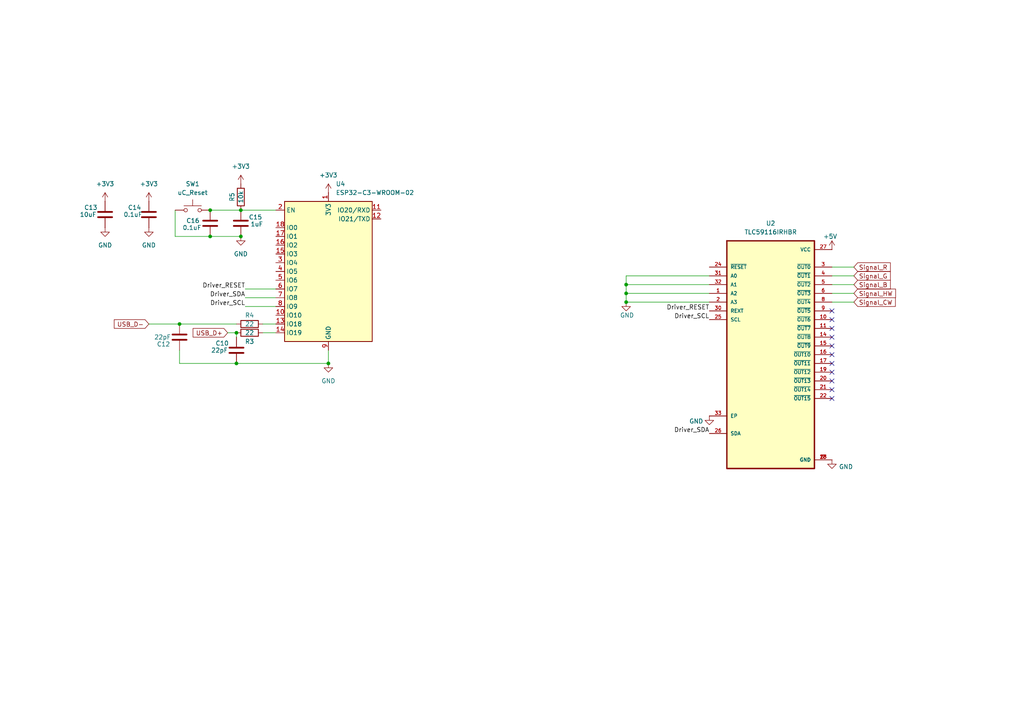
<source format=kicad_sch>
(kicad_sch
	(version 20250114)
	(generator "eeschema")
	(generator_version "9.0")
	(uuid "aff443c4-9021-4057-9b45-6791699beb30")
	(paper "A4")
	(title_block
		(title "High-Density RGB+CCT LED Strip Controller")
		(rev "Fredys Matos")
		(company "InGnia Tech")
	)
	(lib_symbols
		(symbol "Device:C"
			(pin_numbers
				(hide yes)
			)
			(pin_names
				(offset 0.254)
			)
			(exclude_from_sim no)
			(in_bom yes)
			(on_board yes)
			(property "Reference" "C"
				(at 0.635 2.54 0)
				(effects
					(font
						(size 1.27 1.27)
					)
					(justify left)
				)
			)
			(property "Value" "C"
				(at 0.635 -2.54 0)
				(effects
					(font
						(size 1.27 1.27)
					)
					(justify left)
				)
			)
			(property "Footprint" ""
				(at 0.9652 -3.81 0)
				(effects
					(font
						(size 1.27 1.27)
					)
					(hide yes)
				)
			)
			(property "Datasheet" "~"
				(at 0 0 0)
				(effects
					(font
						(size 1.27 1.27)
					)
					(hide yes)
				)
			)
			(property "Description" "Unpolarized capacitor"
				(at 0 0 0)
				(effects
					(font
						(size 1.27 1.27)
					)
					(hide yes)
				)
			)
			(property "ki_keywords" "cap capacitor"
				(at 0 0 0)
				(effects
					(font
						(size 1.27 1.27)
					)
					(hide yes)
				)
			)
			(property "ki_fp_filters" "C_*"
				(at 0 0 0)
				(effects
					(font
						(size 1.27 1.27)
					)
					(hide yes)
				)
			)
			(symbol "C_0_1"
				(polyline
					(pts
						(xy -2.032 0.762) (xy 2.032 0.762)
					)
					(stroke
						(width 0.508)
						(type default)
					)
					(fill
						(type none)
					)
				)
				(polyline
					(pts
						(xy -2.032 -0.762) (xy 2.032 -0.762)
					)
					(stroke
						(width 0.508)
						(type default)
					)
					(fill
						(type none)
					)
				)
			)
			(symbol "C_1_1"
				(pin passive line
					(at 0 3.81 270)
					(length 2.794)
					(name "~"
						(effects
							(font
								(size 1.27 1.27)
							)
						)
					)
					(number "1"
						(effects
							(font
								(size 1.27 1.27)
							)
						)
					)
				)
				(pin passive line
					(at 0 -3.81 90)
					(length 2.794)
					(name "~"
						(effects
							(font
								(size 1.27 1.27)
							)
						)
					)
					(number "2"
						(effects
							(font
								(size 1.27 1.27)
							)
						)
					)
				)
			)
			(embedded_fonts no)
		)
		(symbol "Device:R"
			(pin_numbers
				(hide yes)
			)
			(pin_names
				(offset 0)
			)
			(exclude_from_sim no)
			(in_bom yes)
			(on_board yes)
			(property "Reference" "R"
				(at 2.032 0 90)
				(effects
					(font
						(size 1.27 1.27)
					)
				)
			)
			(property "Value" "R"
				(at 0 0 90)
				(effects
					(font
						(size 1.27 1.27)
					)
				)
			)
			(property "Footprint" ""
				(at -1.778 0 90)
				(effects
					(font
						(size 1.27 1.27)
					)
					(hide yes)
				)
			)
			(property "Datasheet" "~"
				(at 0 0 0)
				(effects
					(font
						(size 1.27 1.27)
					)
					(hide yes)
				)
			)
			(property "Description" "Resistor"
				(at 0 0 0)
				(effects
					(font
						(size 1.27 1.27)
					)
					(hide yes)
				)
			)
			(property "ki_keywords" "R res resistor"
				(at 0 0 0)
				(effects
					(font
						(size 1.27 1.27)
					)
					(hide yes)
				)
			)
			(property "ki_fp_filters" "R_*"
				(at 0 0 0)
				(effects
					(font
						(size 1.27 1.27)
					)
					(hide yes)
				)
			)
			(symbol "R_0_1"
				(rectangle
					(start -1.016 -2.54)
					(end 1.016 2.54)
					(stroke
						(width 0.254)
						(type default)
					)
					(fill
						(type none)
					)
				)
			)
			(symbol "R_1_1"
				(pin passive line
					(at 0 3.81 270)
					(length 1.27)
					(name "~"
						(effects
							(font
								(size 1.27 1.27)
							)
						)
					)
					(number "1"
						(effects
							(font
								(size 1.27 1.27)
							)
						)
					)
				)
				(pin passive line
					(at 0 -3.81 90)
					(length 1.27)
					(name "~"
						(effects
							(font
								(size 1.27 1.27)
							)
						)
					)
					(number "2"
						(effects
							(font
								(size 1.27 1.27)
							)
						)
					)
				)
			)
			(embedded_fonts no)
		)
		(symbol "Librería_Global_OK:TLC59116IRHBR"
			(pin_names
				(offset 1.016)
			)
			(exclude_from_sim no)
			(in_bom yes)
			(on_board yes)
			(property "Reference" "U"
				(at -12.7 34.02 0)
				(effects
					(font
						(size 1.27 1.27)
					)
					(justify left bottom)
				)
			)
			(property "Value" "TLC59116IRHBR"
				(at -12.7 -37.02 0)
				(effects
					(font
						(size 1.27 1.27)
					)
					(justify left bottom)
				)
			)
			(property "Footprint" "Global_Footprint:IC_ADS125H01IRHBT"
				(at 0 0 0)
				(effects
					(font
						(size 1.27 1.27)
					)
					(justify bottom)
					(hide yes)
				)
			)
			(property "Datasheet" ""
				(at 0 0 0)
				(effects
					(font
						(size 1.27 1.27)
					)
					(hide yes)
				)
			)
			(property "Description" ""
				(at 0 0 0)
				(effects
					(font
						(size 1.27 1.27)
					)
					(hide yes)
				)
			)
			(property "MF" "Texas Instruments"
				(at 0 0 0)
				(effects
					(font
						(size 1.27 1.27)
					)
					(justify bottom)
					(hide yes)
				)
			)
			(property "Description_1" "16-bit Fast-Mode Plus (FM+) I2C-Bus constant-current LED sink driver"
				(at 0 0 0)
				(effects
					(font
						(size 1.27 1.27)
					)
					(justify bottom)
					(hide yes)
				)
			)
			(property "Package" "VQFN-32-32 Texas Instruments"
				(at 0 0 0)
				(effects
					(font
						(size 1.27 1.27)
					)
					(justify bottom)
					(hide yes)
				)
			)
			(property "Price" "None"
				(at 0 0 0)
				(effects
					(font
						(size 1.27 1.27)
					)
					(justify bottom)
					(hide yes)
				)
			)
			(property "SnapEDA_Link" "https://www.snapeda.com/parts/TLC59116IRHBR/Texas+Instruments/view-part/?ref=snap"
				(at 0 0 0)
				(effects
					(font
						(size 1.27 1.27)
					)
					(justify bottom)
					(hide yes)
				)
			)
			(property "MP" "TLC59116IRHBR"
				(at 0 0 0)
				(effects
					(font
						(size 1.27 1.27)
					)
					(justify bottom)
					(hide yes)
				)
			)
			(property "Availability" "In Stock"
				(at 0 0 0)
				(effects
					(font
						(size 1.27 1.27)
					)
					(justify bottom)
					(hide yes)
				)
			)
			(property "Check_prices" "https://www.snapeda.com/parts/TLC59116IRHBR/Texas+Instruments/view-part/?ref=eda"
				(at 0 0 0)
				(effects
					(font
						(size 1.27 1.27)
					)
					(justify bottom)
					(hide yes)
				)
			)
			(symbol "TLC59116IRHBR_0_0"
				(rectangle
					(start -12.7 -33.02)
					(end 12.7 33.02)
					(stroke
						(width 0.41)
						(type default)
					)
					(fill
						(type background)
					)
				)
				(pin input line
					(at -17.78 25.4 0)
					(length 5.08)
					(name "~{RESET}"
						(effects
							(font
								(size 1.016 1.016)
							)
						)
					)
					(number "24"
						(effects
							(font
								(size 1.016 1.016)
							)
						)
					)
				)
				(pin input line
					(at -17.78 22.86 0)
					(length 5.08)
					(name "A0"
						(effects
							(font
								(size 1.016 1.016)
							)
						)
					)
					(number "31"
						(effects
							(font
								(size 1.016 1.016)
							)
						)
					)
				)
				(pin input line
					(at -17.78 20.32 0)
					(length 5.08)
					(name "A1"
						(effects
							(font
								(size 1.016 1.016)
							)
						)
					)
					(number "32"
						(effects
							(font
								(size 1.016 1.016)
							)
						)
					)
				)
				(pin input line
					(at -17.78 17.78 0)
					(length 5.08)
					(name "A2"
						(effects
							(font
								(size 1.016 1.016)
							)
						)
					)
					(number "1"
						(effects
							(font
								(size 1.016 1.016)
							)
						)
					)
				)
				(pin input line
					(at -17.78 15.24 0)
					(length 5.08)
					(name "A3"
						(effects
							(font
								(size 1.016 1.016)
							)
						)
					)
					(number "2"
						(effects
							(font
								(size 1.016 1.016)
							)
						)
					)
				)
				(pin input line
					(at -17.78 12.7 0)
					(length 5.08)
					(name "REXT"
						(effects
							(font
								(size 1.016 1.016)
							)
						)
					)
					(number "30"
						(effects
							(font
								(size 1.016 1.016)
							)
						)
					)
				)
				(pin input line
					(at -17.78 10.16 0)
					(length 5.08)
					(name "SCL"
						(effects
							(font
								(size 1.016 1.016)
							)
						)
					)
					(number "25"
						(effects
							(font
								(size 1.016 1.016)
							)
						)
					)
				)
				(pin bidirectional line
					(at -17.78 -17.78 0)
					(length 5.08)
					(name "EP"
						(effects
							(font
								(size 1.016 1.016)
							)
						)
					)
					(number "33"
						(effects
							(font
								(size 1.016 1.016)
							)
						)
					)
				)
				(pin bidirectional line
					(at -17.78 -22.86 0)
					(length 5.08)
					(name "SDA"
						(effects
							(font
								(size 1.016 1.016)
							)
						)
					)
					(number "26"
						(effects
							(font
								(size 1.016 1.016)
							)
						)
					)
				)
				(pin power_in line
					(at 17.78 30.48 180)
					(length 5.08)
					(name "VCC"
						(effects
							(font
								(size 1.016 1.016)
							)
						)
					)
					(number "27"
						(effects
							(font
								(size 1.016 1.016)
							)
						)
					)
				)
				(pin output line
					(at 17.78 25.4 180)
					(length 5.08)
					(name "~{OUT0}"
						(effects
							(font
								(size 1.016 1.016)
							)
						)
					)
					(number "3"
						(effects
							(font
								(size 1.016 1.016)
							)
						)
					)
				)
				(pin output line
					(at 17.78 22.86 180)
					(length 5.08)
					(name "~{OUT1}"
						(effects
							(font
								(size 1.016 1.016)
							)
						)
					)
					(number "4"
						(effects
							(font
								(size 1.016 1.016)
							)
						)
					)
				)
				(pin output line
					(at 17.78 20.32 180)
					(length 5.08)
					(name "~{OUT2}"
						(effects
							(font
								(size 1.016 1.016)
							)
						)
					)
					(number "5"
						(effects
							(font
								(size 1.016 1.016)
							)
						)
					)
				)
				(pin output line
					(at 17.78 17.78 180)
					(length 5.08)
					(name "~{OUT3}"
						(effects
							(font
								(size 1.016 1.016)
							)
						)
					)
					(number "6"
						(effects
							(font
								(size 1.016 1.016)
							)
						)
					)
				)
				(pin output line
					(at 17.78 15.24 180)
					(length 5.08)
					(name "~{OUT4}"
						(effects
							(font
								(size 1.016 1.016)
							)
						)
					)
					(number "8"
						(effects
							(font
								(size 1.016 1.016)
							)
						)
					)
				)
				(pin output line
					(at 17.78 12.7 180)
					(length 5.08)
					(name "~{OUT5}"
						(effects
							(font
								(size 1.016 1.016)
							)
						)
					)
					(number "9"
						(effects
							(font
								(size 1.016 1.016)
							)
						)
					)
				)
				(pin output line
					(at 17.78 10.16 180)
					(length 5.08)
					(name "~{OUT6}"
						(effects
							(font
								(size 1.016 1.016)
							)
						)
					)
					(number "10"
						(effects
							(font
								(size 1.016 1.016)
							)
						)
					)
				)
				(pin output line
					(at 17.78 7.62 180)
					(length 5.08)
					(name "~{OUT7}"
						(effects
							(font
								(size 1.016 1.016)
							)
						)
					)
					(number "11"
						(effects
							(font
								(size 1.016 1.016)
							)
						)
					)
				)
				(pin output line
					(at 17.78 5.08 180)
					(length 5.08)
					(name "~{OUT8}"
						(effects
							(font
								(size 1.016 1.016)
							)
						)
					)
					(number "14"
						(effects
							(font
								(size 1.016 1.016)
							)
						)
					)
				)
				(pin output line
					(at 17.78 2.54 180)
					(length 5.08)
					(name "~{OUT9}"
						(effects
							(font
								(size 1.016 1.016)
							)
						)
					)
					(number "15"
						(effects
							(font
								(size 1.016 1.016)
							)
						)
					)
				)
				(pin output line
					(at 17.78 0 180)
					(length 5.08)
					(name "~{OUT10}"
						(effects
							(font
								(size 1.016 1.016)
							)
						)
					)
					(number "16"
						(effects
							(font
								(size 1.016 1.016)
							)
						)
					)
				)
				(pin output line
					(at 17.78 -2.54 180)
					(length 5.08)
					(name "~{OUT11}"
						(effects
							(font
								(size 1.016 1.016)
							)
						)
					)
					(number "17"
						(effects
							(font
								(size 1.016 1.016)
							)
						)
					)
				)
				(pin output line
					(at 17.78 -5.08 180)
					(length 5.08)
					(name "~{OUT12}"
						(effects
							(font
								(size 1.016 1.016)
							)
						)
					)
					(number "19"
						(effects
							(font
								(size 1.016 1.016)
							)
						)
					)
				)
				(pin output line
					(at 17.78 -7.62 180)
					(length 5.08)
					(name "~{OUT13}"
						(effects
							(font
								(size 1.016 1.016)
							)
						)
					)
					(number "20"
						(effects
							(font
								(size 1.016 1.016)
							)
						)
					)
				)
				(pin output line
					(at 17.78 -10.16 180)
					(length 5.08)
					(name "~{OUT14}"
						(effects
							(font
								(size 1.016 1.016)
							)
						)
					)
					(number "21"
						(effects
							(font
								(size 1.016 1.016)
							)
						)
					)
				)
				(pin output line
					(at 17.78 -12.7 180)
					(length 5.08)
					(name "~{OUT15}"
						(effects
							(font
								(size 1.016 1.016)
							)
						)
					)
					(number "22"
						(effects
							(font
								(size 1.016 1.016)
							)
						)
					)
				)
				(pin power_in line
					(at 17.78 -30.48 180)
					(length 5.08)
					(name "GND"
						(effects
							(font
								(size 1.016 1.016)
							)
						)
					)
					(number "18"
						(effects
							(font
								(size 1.016 1.016)
							)
						)
					)
				)
				(pin power_in line
					(at 17.78 -30.48 180)
					(length 5.08)
					(name "GND"
						(effects
							(font
								(size 1.016 1.016)
							)
						)
					)
					(number "23"
						(effects
							(font
								(size 1.016 1.016)
							)
						)
					)
				)
				(pin power_in line
					(at 17.78 -30.48 180)
					(length 5.08)
					(name "GND"
						(effects
							(font
								(size 1.016 1.016)
							)
						)
					)
					(number "7"
						(effects
							(font
								(size 1.016 1.016)
							)
						)
					)
				)
			)
			(embedded_fonts no)
		)
		(symbol "RF_Module:ESP32-C3-WROOM-02"
			(exclude_from_sim no)
			(in_bom yes)
			(on_board yes)
			(property "Reference" "U"
				(at -12.192 21.336 0)
				(effects
					(font
						(size 1.27 1.27)
					)
				)
			)
			(property "Value" "ESP32-C3-WROOM-02"
				(at 12.192 21.336 0)
				(effects
					(font
						(size 1.27 1.27)
					)
				)
			)
			(property "Footprint" "RF_Module:ESP32-C3-WROOM-02"
				(at 0 0.635 0)
				(effects
					(font
						(size 1.27 1.27)
					)
					(hide yes)
				)
			)
			(property "Datasheet" "https://www.espressif.com/sites/default/files/documentation/esp32-c3-wroom-02_datasheet_en.pdf"
				(at 0 0.635 0)
				(effects
					(font
						(size 1.27 1.27)
					)
					(hide yes)
				)
			)
			(property "Description" "802.11 b/g/n Wi­Fi and Bluetooth 5 module, ESP32­C3 SoC, RISC­V microprocessor, On-board antenna"
				(at 0 0.635 0)
				(effects
					(font
						(size 1.27 1.27)
					)
					(hide yes)
				)
			)
			(property "ki_keywords" "esp32 espressif WiFi Bluetooth LE"
				(at 0 0 0)
				(effects
					(font
						(size 1.27 1.27)
					)
					(hide yes)
				)
			)
			(property "ki_fp_filters" "ESP32?C3*WROOM?02*"
				(at 0 0 0)
				(effects
					(font
						(size 1.27 1.27)
					)
					(hide yes)
				)
			)
			(symbol "ESP32-C3-WROOM-02_1_1"
				(rectangle
					(start -12.7 20.32)
					(end 12.7 -20.32)
					(stroke
						(width 0.254)
						(type default)
					)
					(fill
						(type background)
					)
				)
				(pin input line
					(at -15.24 17.78 0)
					(length 2.54)
					(name "EN"
						(effects
							(font
								(size 1.27 1.27)
							)
						)
					)
					(number "2"
						(effects
							(font
								(size 1.27 1.27)
							)
						)
					)
				)
				(pin bidirectional line
					(at -15.24 12.7 0)
					(length 2.54)
					(name "IO0"
						(effects
							(font
								(size 1.27 1.27)
							)
						)
					)
					(number "18"
						(effects
							(font
								(size 1.27 1.27)
							)
						)
					)
				)
				(pin bidirectional line
					(at -15.24 10.16 0)
					(length 2.54)
					(name "IO1"
						(effects
							(font
								(size 1.27 1.27)
							)
						)
					)
					(number "17"
						(effects
							(font
								(size 1.27 1.27)
							)
						)
					)
				)
				(pin bidirectional line
					(at -15.24 7.62 0)
					(length 2.54)
					(name "IO2"
						(effects
							(font
								(size 1.27 1.27)
							)
						)
					)
					(number "16"
						(effects
							(font
								(size 1.27 1.27)
							)
						)
					)
				)
				(pin bidirectional line
					(at -15.24 5.08 0)
					(length 2.54)
					(name "IO3"
						(effects
							(font
								(size 1.27 1.27)
							)
						)
					)
					(number "15"
						(effects
							(font
								(size 1.27 1.27)
							)
						)
					)
				)
				(pin bidirectional line
					(at -15.24 2.54 0)
					(length 2.54)
					(name "IO4"
						(effects
							(font
								(size 1.27 1.27)
							)
						)
					)
					(number "3"
						(effects
							(font
								(size 1.27 1.27)
							)
						)
					)
				)
				(pin bidirectional line
					(at -15.24 0 0)
					(length 2.54)
					(name "IO5"
						(effects
							(font
								(size 1.27 1.27)
							)
						)
					)
					(number "4"
						(effects
							(font
								(size 1.27 1.27)
							)
						)
					)
				)
				(pin bidirectional line
					(at -15.24 -2.54 0)
					(length 2.54)
					(name "IO6"
						(effects
							(font
								(size 1.27 1.27)
							)
						)
					)
					(number "5"
						(effects
							(font
								(size 1.27 1.27)
							)
						)
					)
				)
				(pin bidirectional line
					(at -15.24 -5.08 0)
					(length 2.54)
					(name "IO7"
						(effects
							(font
								(size 1.27 1.27)
							)
						)
					)
					(number "6"
						(effects
							(font
								(size 1.27 1.27)
							)
						)
					)
				)
				(pin bidirectional line
					(at -15.24 -7.62 0)
					(length 2.54)
					(name "IO8"
						(effects
							(font
								(size 1.27 1.27)
							)
						)
					)
					(number "7"
						(effects
							(font
								(size 1.27 1.27)
							)
						)
					)
				)
				(pin bidirectional line
					(at -15.24 -10.16 0)
					(length 2.54)
					(name "IO9"
						(effects
							(font
								(size 1.27 1.27)
							)
						)
					)
					(number "8"
						(effects
							(font
								(size 1.27 1.27)
							)
						)
					)
				)
				(pin bidirectional line
					(at -15.24 -12.7 0)
					(length 2.54)
					(name "IO10"
						(effects
							(font
								(size 1.27 1.27)
							)
						)
					)
					(number "10"
						(effects
							(font
								(size 1.27 1.27)
							)
						)
					)
				)
				(pin bidirectional line
					(at -15.24 -15.24 0)
					(length 2.54)
					(name "IO18"
						(effects
							(font
								(size 1.27 1.27)
							)
						)
					)
					(number "13"
						(effects
							(font
								(size 1.27 1.27)
							)
						)
					)
				)
				(pin bidirectional line
					(at -15.24 -17.78 0)
					(length 2.54)
					(name "IO19"
						(effects
							(font
								(size 1.27 1.27)
							)
						)
					)
					(number "14"
						(effects
							(font
								(size 1.27 1.27)
							)
						)
					)
				)
				(pin power_in line
					(at 0 22.86 270)
					(length 2.54)
					(name "3V3"
						(effects
							(font
								(size 1.27 1.27)
							)
						)
					)
					(number "1"
						(effects
							(font
								(size 1.27 1.27)
							)
						)
					)
				)
				(pin passive line
					(at 0 -22.86 90)
					(length 2.54)
					(hide yes)
					(name "GND"
						(effects
							(font
								(size 1.27 1.27)
							)
						)
					)
					(number "19"
						(effects
							(font
								(size 1.27 1.27)
							)
						)
					)
				)
				(pin power_in line
					(at 0 -22.86 90)
					(length 2.54)
					(name "GND"
						(effects
							(font
								(size 1.27 1.27)
							)
						)
					)
					(number "9"
						(effects
							(font
								(size 1.27 1.27)
							)
						)
					)
				)
				(pin bidirectional line
					(at 15.24 17.78 180)
					(length 2.54)
					(name "IO20/RXD"
						(effects
							(font
								(size 1.27 1.27)
							)
						)
					)
					(number "11"
						(effects
							(font
								(size 1.27 1.27)
							)
						)
					)
				)
				(pin bidirectional line
					(at 15.24 15.24 180)
					(length 2.54)
					(name "IO21/TXD"
						(effects
							(font
								(size 1.27 1.27)
							)
						)
					)
					(number "12"
						(effects
							(font
								(size 1.27 1.27)
							)
						)
					)
				)
			)
			(embedded_fonts no)
		)
		(symbol "Switch:SW_Push"
			(pin_numbers
				(hide yes)
			)
			(pin_names
				(offset 1.016)
				(hide yes)
			)
			(exclude_from_sim no)
			(in_bom yes)
			(on_board yes)
			(property "Reference" "SW"
				(at 1.27 2.54 0)
				(effects
					(font
						(size 1.27 1.27)
					)
					(justify left)
				)
			)
			(property "Value" "SW_Push"
				(at 0 -1.524 0)
				(effects
					(font
						(size 1.27 1.27)
					)
				)
			)
			(property "Footprint" ""
				(at 0 5.08 0)
				(effects
					(font
						(size 1.27 1.27)
					)
					(hide yes)
				)
			)
			(property "Datasheet" "~"
				(at 0 5.08 0)
				(effects
					(font
						(size 1.27 1.27)
					)
					(hide yes)
				)
			)
			(property "Description" "Push button switch, generic, two pins"
				(at 0 0 0)
				(effects
					(font
						(size 1.27 1.27)
					)
					(hide yes)
				)
			)
			(property "ki_keywords" "switch normally-open pushbutton push-button"
				(at 0 0 0)
				(effects
					(font
						(size 1.27 1.27)
					)
					(hide yes)
				)
			)
			(symbol "SW_Push_0_1"
				(circle
					(center -2.032 0)
					(radius 0.508)
					(stroke
						(width 0)
						(type default)
					)
					(fill
						(type none)
					)
				)
				(polyline
					(pts
						(xy 0 1.27) (xy 0 3.048)
					)
					(stroke
						(width 0)
						(type default)
					)
					(fill
						(type none)
					)
				)
				(circle
					(center 2.032 0)
					(radius 0.508)
					(stroke
						(width 0)
						(type default)
					)
					(fill
						(type none)
					)
				)
				(polyline
					(pts
						(xy 2.54 1.27) (xy -2.54 1.27)
					)
					(stroke
						(width 0)
						(type default)
					)
					(fill
						(type none)
					)
				)
				(pin passive line
					(at -5.08 0 0)
					(length 2.54)
					(name "1"
						(effects
							(font
								(size 1.27 1.27)
							)
						)
					)
					(number "1"
						(effects
							(font
								(size 1.27 1.27)
							)
						)
					)
				)
				(pin passive line
					(at 5.08 0 180)
					(length 2.54)
					(name "2"
						(effects
							(font
								(size 1.27 1.27)
							)
						)
					)
					(number "2"
						(effects
							(font
								(size 1.27 1.27)
							)
						)
					)
				)
			)
			(embedded_fonts no)
		)
		(symbol "power:+3V3"
			(power)
			(pin_numbers
				(hide yes)
			)
			(pin_names
				(offset 0)
				(hide yes)
			)
			(exclude_from_sim no)
			(in_bom yes)
			(on_board yes)
			(property "Reference" "#PWR"
				(at 0 -3.81 0)
				(effects
					(font
						(size 1.27 1.27)
					)
					(hide yes)
				)
			)
			(property "Value" "+3V3"
				(at 0 3.556 0)
				(effects
					(font
						(size 1.27 1.27)
					)
				)
			)
			(property "Footprint" ""
				(at 0 0 0)
				(effects
					(font
						(size 1.27 1.27)
					)
					(hide yes)
				)
			)
			(property "Datasheet" ""
				(at 0 0 0)
				(effects
					(font
						(size 1.27 1.27)
					)
					(hide yes)
				)
			)
			(property "Description" "Power symbol creates a global label with name \"+3V3\""
				(at 0 0 0)
				(effects
					(font
						(size 1.27 1.27)
					)
					(hide yes)
				)
			)
			(property "ki_keywords" "global power"
				(at 0 0 0)
				(effects
					(font
						(size 1.27 1.27)
					)
					(hide yes)
				)
			)
			(symbol "+3V3_0_1"
				(polyline
					(pts
						(xy -0.762 1.27) (xy 0 2.54)
					)
					(stroke
						(width 0)
						(type default)
					)
					(fill
						(type none)
					)
				)
				(polyline
					(pts
						(xy 0 2.54) (xy 0.762 1.27)
					)
					(stroke
						(width 0)
						(type default)
					)
					(fill
						(type none)
					)
				)
				(polyline
					(pts
						(xy 0 0) (xy 0 2.54)
					)
					(stroke
						(width 0)
						(type default)
					)
					(fill
						(type none)
					)
				)
			)
			(symbol "+3V3_1_1"
				(pin power_in line
					(at 0 0 90)
					(length 0)
					(name "~"
						(effects
							(font
								(size 1.27 1.27)
							)
						)
					)
					(number "1"
						(effects
							(font
								(size 1.27 1.27)
							)
						)
					)
				)
			)
			(embedded_fonts no)
		)
		(symbol "power:+5V"
			(power)
			(pin_numbers
				(hide yes)
			)
			(pin_names
				(offset 0)
				(hide yes)
			)
			(exclude_from_sim no)
			(in_bom yes)
			(on_board yes)
			(property "Reference" "#PWR"
				(at 0 -3.81 0)
				(effects
					(font
						(size 1.27 1.27)
					)
					(hide yes)
				)
			)
			(property "Value" "+5V"
				(at 0 3.556 0)
				(effects
					(font
						(size 1.27 1.27)
					)
				)
			)
			(property "Footprint" ""
				(at 0 0 0)
				(effects
					(font
						(size 1.27 1.27)
					)
					(hide yes)
				)
			)
			(property "Datasheet" ""
				(at 0 0 0)
				(effects
					(font
						(size 1.27 1.27)
					)
					(hide yes)
				)
			)
			(property "Description" "Power symbol creates a global label with name \"+5V\""
				(at 0 0 0)
				(effects
					(font
						(size 1.27 1.27)
					)
					(hide yes)
				)
			)
			(property "ki_keywords" "global power"
				(at 0 0 0)
				(effects
					(font
						(size 1.27 1.27)
					)
					(hide yes)
				)
			)
			(symbol "+5V_0_1"
				(polyline
					(pts
						(xy -0.762 1.27) (xy 0 2.54)
					)
					(stroke
						(width 0)
						(type default)
					)
					(fill
						(type none)
					)
				)
				(polyline
					(pts
						(xy 0 2.54) (xy 0.762 1.27)
					)
					(stroke
						(width 0)
						(type default)
					)
					(fill
						(type none)
					)
				)
				(polyline
					(pts
						(xy 0 0) (xy 0 2.54)
					)
					(stroke
						(width 0)
						(type default)
					)
					(fill
						(type none)
					)
				)
			)
			(symbol "+5V_1_1"
				(pin power_in line
					(at 0 0 90)
					(length 0)
					(name "~"
						(effects
							(font
								(size 1.27 1.27)
							)
						)
					)
					(number "1"
						(effects
							(font
								(size 1.27 1.27)
							)
						)
					)
				)
			)
			(embedded_fonts no)
		)
		(symbol "power:GND"
			(power)
			(pin_numbers
				(hide yes)
			)
			(pin_names
				(offset 0)
				(hide yes)
			)
			(exclude_from_sim no)
			(in_bom yes)
			(on_board yes)
			(property "Reference" "#PWR"
				(at 0 -6.35 0)
				(effects
					(font
						(size 1.27 1.27)
					)
					(hide yes)
				)
			)
			(property "Value" "GND"
				(at 0 -3.81 0)
				(effects
					(font
						(size 1.27 1.27)
					)
				)
			)
			(property "Footprint" ""
				(at 0 0 0)
				(effects
					(font
						(size 1.27 1.27)
					)
					(hide yes)
				)
			)
			(property "Datasheet" ""
				(at 0 0 0)
				(effects
					(font
						(size 1.27 1.27)
					)
					(hide yes)
				)
			)
			(property "Description" "Power symbol creates a global label with name \"GND\" , ground"
				(at 0 0 0)
				(effects
					(font
						(size 1.27 1.27)
					)
					(hide yes)
				)
			)
			(property "ki_keywords" "global power"
				(at 0 0 0)
				(effects
					(font
						(size 1.27 1.27)
					)
					(hide yes)
				)
			)
			(symbol "GND_0_1"
				(polyline
					(pts
						(xy 0 0) (xy 0 -1.27) (xy 1.27 -1.27) (xy 0 -2.54) (xy -1.27 -1.27) (xy 0 -1.27)
					)
					(stroke
						(width 0)
						(type default)
					)
					(fill
						(type none)
					)
				)
			)
			(symbol "GND_1_1"
				(pin power_in line
					(at 0 0 270)
					(length 0)
					(name "~"
						(effects
							(font
								(size 1.27 1.27)
							)
						)
					)
					(number "1"
						(effects
							(font
								(size 1.27 1.27)
							)
						)
					)
				)
			)
			(embedded_fonts no)
		)
	)
	(junction
		(at 69.85 68.58)
		(diameter 0)
		(color 0 0 0 0)
		(uuid "30d0522e-a312-4f31-a749-046ffe8d431f")
	)
	(junction
		(at 60.96 68.58)
		(diameter 0)
		(color 0 0 0 0)
		(uuid "39b28eaa-4cc6-4a31-84ce-dd7be1cb9af1")
	)
	(junction
		(at 95.25 105.41)
		(diameter 0)
		(color 0 0 0 0)
		(uuid "5f9204c7-d311-4ed4-92be-2b63fafcc376")
	)
	(junction
		(at 68.58 96.52)
		(diameter 0)
		(color 0 0 0 0)
		(uuid "61f6fabe-bb59-4511-b816-d667907f6ec9")
	)
	(junction
		(at 68.58 105.41)
		(diameter 0)
		(color 0 0 0 0)
		(uuid "7f2265f8-77a6-4bbb-862f-bcc04add9b12")
	)
	(junction
		(at 52.07 93.98)
		(diameter 0)
		(color 0 0 0 0)
		(uuid "83537b81-cbc6-485d-9ca4-85c6375bf078")
	)
	(junction
		(at 181.61 82.55)
		(diameter 0)
		(color 0 0 0 0)
		(uuid "9cf4b2fe-7206-4dc9-9791-a4ec30f1b3e2")
	)
	(junction
		(at 181.61 87.63)
		(diameter 0)
		(color 0 0 0 0)
		(uuid "9f3100be-7be1-4a3b-9bdc-e86076b4ae96")
	)
	(junction
		(at 60.96 60.96)
		(diameter 0)
		(color 0 0 0 0)
		(uuid "b02be12e-7c5a-48d1-9b2d-fccaddca2fad")
	)
	(junction
		(at 181.61 85.09)
		(diameter 0)
		(color 0 0 0 0)
		(uuid "b2ec5590-93c0-44bf-9c9e-bff65c3d6bb0")
	)
	(junction
		(at 69.85 60.96)
		(diameter 0)
		(color 0 0 0 0)
		(uuid "c0aa8660-bca2-4ec8-83b2-cba4eb5c24c2")
	)
	(no_connect
		(at 241.3 92.71)
		(uuid "4223461f-ef7b-4e19-a347-7070ff903973")
	)
	(no_connect
		(at 241.3 97.79)
		(uuid "63b5484c-eaef-4a0c-84f0-686084f1fa25")
	)
	(no_connect
		(at 241.3 102.87)
		(uuid "6ea5edfe-7ede-40bc-89a0-ea5d8e02f331")
	)
	(no_connect
		(at 241.3 115.57)
		(uuid "7841768e-b63a-41a8-9a24-59a8a3dbff6a")
	)
	(no_connect
		(at 241.3 110.49)
		(uuid "8c463e7c-afca-497a-bb79-f86e38be318b")
	)
	(no_connect
		(at 241.3 90.17)
		(uuid "9321d91d-0c41-4c79-957e-9f713ff7667a")
	)
	(no_connect
		(at 241.3 107.95)
		(uuid "a98ff7ca-6ef9-4f3c-b2de-7fe01e54ff98")
	)
	(no_connect
		(at 241.3 100.33)
		(uuid "dda33a45-00c2-4414-aa32-b0cbc8700d46")
	)
	(no_connect
		(at 241.3 95.25)
		(uuid "f3465de9-306b-4a1a-bfbf-74241b548696")
	)
	(no_connect
		(at 241.3 113.03)
		(uuid "f8d039fe-0002-46d2-bed0-669f48a29180")
	)
	(no_connect
		(at 241.3 105.41)
		(uuid "fb1755af-c798-4756-9e65-7d3796fc3c5e")
	)
	(wire
		(pts
			(xy 68.58 105.41) (xy 52.07 105.41)
		)
		(stroke
			(width 0)
			(type default)
		)
		(uuid "0a572ecd-70d0-45ca-98ef-1c9de0d4fb4e")
	)
	(wire
		(pts
			(xy 50.8 68.58) (xy 60.96 68.58)
		)
		(stroke
			(width 0)
			(type default)
		)
		(uuid "0f6eb03b-a0cc-4213-b1d9-138f9d640e9f")
	)
	(wire
		(pts
			(xy 241.3 85.09) (xy 247.65 85.09)
		)
		(stroke
			(width 0)
			(type default)
		)
		(uuid "16f92213-bcd4-4b83-bd32-534eda443ccc")
	)
	(wire
		(pts
			(xy 241.3 87.63) (xy 247.65 87.63)
		)
		(stroke
			(width 0)
			(type default)
		)
		(uuid "1755a625-da6c-445a-8cc4-45cf989339ad")
	)
	(wire
		(pts
			(xy 76.2 96.52) (xy 80.01 96.52)
		)
		(stroke
			(width 0)
			(type default)
		)
		(uuid "1f777d4c-3951-489b-afe0-b43714c039cf")
	)
	(wire
		(pts
			(xy 241.3 77.47) (xy 247.65 77.47)
		)
		(stroke
			(width 0)
			(type default)
		)
		(uuid "30cbfd94-6f6e-4925-bad2-edb99ba6f6d6")
	)
	(wire
		(pts
			(xy 50.8 60.96) (xy 50.8 68.58)
		)
		(stroke
			(width 0)
			(type default)
		)
		(uuid "3c3c0c26-40c5-41e8-a4e0-71674dad082d")
	)
	(wire
		(pts
			(xy 52.07 105.41) (xy 52.07 101.6)
		)
		(stroke
			(width 0)
			(type default)
		)
		(uuid "52413316-f32b-487d-bdc8-cc34ba2e5511")
	)
	(wire
		(pts
			(xy 181.61 87.63) (xy 205.74 87.63)
		)
		(stroke
			(width 0)
			(type default)
		)
		(uuid "59d45ffa-2366-480b-b89a-3afc2ede8df3")
	)
	(wire
		(pts
			(xy 60.96 60.96) (xy 69.85 60.96)
		)
		(stroke
			(width 0)
			(type default)
		)
		(uuid "6c5ddf77-ce13-44ed-bb7d-fcb097ec1027")
	)
	(wire
		(pts
			(xy 68.58 105.41) (xy 95.25 105.41)
		)
		(stroke
			(width 0)
			(type default)
		)
		(uuid "6eac274a-e74f-4ff2-bed1-4eaf273a28af")
	)
	(wire
		(pts
			(xy 241.3 80.01) (xy 247.65 80.01)
		)
		(stroke
			(width 0)
			(type default)
		)
		(uuid "705344ca-eed4-471f-8b55-72d9d55e583c")
	)
	(wire
		(pts
			(xy 95.25 101.6) (xy 95.25 105.41)
		)
		(stroke
			(width 0)
			(type default)
		)
		(uuid "7909dadc-65e6-4f5f-8e41-4ca172a66720")
	)
	(wire
		(pts
			(xy 181.61 85.09) (xy 205.74 85.09)
		)
		(stroke
			(width 0)
			(type default)
		)
		(uuid "792e7505-4390-4264-912e-b37d27429615")
	)
	(wire
		(pts
			(xy 60.96 68.58) (xy 69.85 68.58)
		)
		(stroke
			(width 0)
			(type default)
		)
		(uuid "8118423b-5985-42c9-9c2a-b0471bbf2672")
	)
	(wire
		(pts
			(xy 181.61 80.01) (xy 181.61 82.55)
		)
		(stroke
			(width 0)
			(type default)
		)
		(uuid "83aca05e-9cd2-4066-8e4f-cff87b30dc9a")
	)
	(wire
		(pts
			(xy 71.12 88.9) (xy 80.01 88.9)
		)
		(stroke
			(width 0)
			(type default)
		)
		(uuid "981bc75f-b72d-4392-85e9-42e33df5e851")
	)
	(wire
		(pts
			(xy 241.3 82.55) (xy 247.65 82.55)
		)
		(stroke
			(width 0)
			(type default)
		)
		(uuid "994a4c94-627b-4dec-a188-96470a675a27")
	)
	(wire
		(pts
			(xy 68.58 97.79) (xy 68.58 96.52)
		)
		(stroke
			(width 0)
			(type default)
		)
		(uuid "9e58b0cf-f237-4112-82a9-5e72a75dbdd9")
	)
	(wire
		(pts
			(xy 181.61 82.55) (xy 181.61 85.09)
		)
		(stroke
			(width 0)
			(type default)
		)
		(uuid "a6527f28-f5d0-4131-b53e-eb4542b67efe")
	)
	(wire
		(pts
			(xy 43.18 93.98) (xy 52.07 93.98)
		)
		(stroke
			(width 0)
			(type default)
		)
		(uuid "acc241a8-9f2b-4478-b8a3-d04aa146e872")
	)
	(wire
		(pts
			(xy 69.85 60.96) (xy 80.01 60.96)
		)
		(stroke
			(width 0)
			(type default)
		)
		(uuid "b24edb61-0cc9-43e5-bc2a-4ff415ffdffa")
	)
	(wire
		(pts
			(xy 205.74 80.01) (xy 181.61 80.01)
		)
		(stroke
			(width 0)
			(type default)
		)
		(uuid "ba5d07b4-90c8-4beb-be67-cd7abec0c408")
	)
	(wire
		(pts
			(xy 76.2 93.98) (xy 80.01 93.98)
		)
		(stroke
			(width 0)
			(type default)
		)
		(uuid "c2348edb-cc57-4279-b1bd-7a1f08a51a91")
	)
	(wire
		(pts
			(xy 66.04 96.52) (xy 68.58 96.52)
		)
		(stroke
			(width 0)
			(type default)
		)
		(uuid "c23d6bf4-adf5-49d4-ac2d-59bdf047a4bb")
	)
	(wire
		(pts
			(xy 52.07 93.98) (xy 68.58 93.98)
		)
		(stroke
			(width 0)
			(type default)
		)
		(uuid "d852edc1-dbbe-4a95-ab33-a4ea9f72190e")
	)
	(wire
		(pts
			(xy 181.61 82.55) (xy 205.74 82.55)
		)
		(stroke
			(width 0)
			(type default)
		)
		(uuid "e0d3e99b-7720-4908-ac40-47c0927ab1b7")
	)
	(wire
		(pts
			(xy 71.12 86.36) (xy 80.01 86.36)
		)
		(stroke
			(width 0)
			(type default)
		)
		(uuid "e486bdd6-c044-4938-b99b-92cf1d822d72")
	)
	(wire
		(pts
			(xy 71.12 83.82) (xy 80.01 83.82)
		)
		(stroke
			(width 0)
			(type default)
		)
		(uuid "f538ec75-938d-4a06-a4e7-a8062705c117")
	)
	(wire
		(pts
			(xy 181.61 85.09) (xy 181.61 87.63)
		)
		(stroke
			(width 0)
			(type default)
		)
		(uuid "fe5f268e-a21f-45c1-832e-7c6681aad8cc")
	)
	(label "Driver_SCL"
		(at 205.74 92.71 180)
		(effects
			(font
				(size 1.27 1.27)
			)
			(justify right bottom)
		)
		(uuid "15040d07-8722-4af5-b991-f171e6b11ace")
	)
	(label "Driver_SDA"
		(at 205.74 125.73 180)
		(effects
			(font
				(size 1.27 1.27)
			)
			(justify right bottom)
		)
		(uuid "5bc08c87-1c14-4053-ac27-cd053557b6a7")
	)
	(label "Driver_SCL"
		(at 71.12 88.9 180)
		(effects
			(font
				(size 1.27 1.27)
			)
			(justify right bottom)
		)
		(uuid "64bf81b1-47bc-4039-aca8-3da2273bebfb")
	)
	(label "Driver_RESET"
		(at 71.12 83.82 180)
		(effects
			(font
				(size 1.27 1.27)
			)
			(justify right bottom)
		)
		(uuid "6cda881f-39b6-41e8-ab5c-f8d7bd1507fe")
	)
	(label "Driver_SDA"
		(at 71.12 86.36 180)
		(effects
			(font
				(size 1.27 1.27)
			)
			(justify right bottom)
		)
		(uuid "7b76f547-4ad7-4249-b52a-27f7917d980e")
	)
	(label "Driver_RESET"
		(at 205.74 90.17 180)
		(effects
			(font
				(size 1.27 1.27)
			)
			(justify right bottom)
		)
		(uuid "dc0f89a2-e89d-45a1-944f-f6d51a371dba")
	)
	(global_label "USB_D+"
		(shape input)
		(at 66.04 96.52 180)
		(fields_autoplaced yes)
		(effects
			(font
				(size 1.27 1.27)
			)
			(justify right)
		)
		(uuid "497d1bc5-e754-4d4a-8fd2-868e612c0c75")
		(property "Intersheetrefs" "${INTERSHEET_REFS}"
			(at 55.4348 96.52 0)
			(effects
				(font
					(size 1.27 1.27)
				)
				(justify right)
				(hide yes)
			)
		)
	)
	(global_label "Signal_HW"
		(shape input)
		(at 247.65 85.09 0)
		(fields_autoplaced yes)
		(effects
			(font
				(size 1.27 1.27)
			)
			(justify left)
		)
		(uuid "5c360765-7c9d-4d7a-b70e-cda679305deb")
		(property "Intersheetrefs" "${INTERSHEET_REFS}"
			(at 260.3112 85.09 0)
			(effects
				(font
					(size 1.27 1.27)
				)
				(justify left)
				(hide yes)
			)
		)
	)
	(global_label "Signal_B"
		(shape input)
		(at 247.65 82.55 0)
		(fields_autoplaced yes)
		(effects
			(font
				(size 1.27 1.27)
			)
			(justify left)
		)
		(uuid "61bb3b99-537a-44ea-afb6-7a6826dcf738")
		(property "Intersheetrefs" "${INTERSHEET_REFS}"
			(at 258.7993 82.55 0)
			(effects
				(font
					(size 1.27 1.27)
				)
				(justify left)
				(hide yes)
			)
		)
	)
	(global_label "Signal_G"
		(shape input)
		(at 247.65 80.01 0)
		(fields_autoplaced yes)
		(effects
			(font
				(size 1.27 1.27)
			)
			(justify left)
		)
		(uuid "7cafa402-8acf-4efd-9549-f85a6ae982a3")
		(property "Intersheetrefs" "${INTERSHEET_REFS}"
			(at 258.7993 80.01 0)
			(effects
				(font
					(size 1.27 1.27)
				)
				(justify left)
				(hide yes)
			)
		)
	)
	(global_label "Signal_R"
		(shape input)
		(at 247.65 77.47 0)
		(fields_autoplaced yes)
		(effects
			(font
				(size 1.27 1.27)
			)
			(justify left)
		)
		(uuid "9b71459e-0765-483d-ad9e-c9b773f2ed0f")
		(property "Intersheetrefs" "${INTERSHEET_REFS}"
			(at 258.7993 77.47 0)
			(effects
				(font
					(size 1.27 1.27)
				)
				(justify left)
				(hide yes)
			)
		)
	)
	(global_label "Signal_CW"
		(shape input)
		(at 247.65 87.63 0)
		(fields_autoplaced yes)
		(effects
			(font
				(size 1.27 1.27)
			)
			(justify left)
		)
		(uuid "aca5b58b-a0b8-452f-87c5-03926e39fdef")
		(property "Intersheetrefs" "${INTERSHEET_REFS}"
			(at 260.2507 87.63 0)
			(effects
				(font
					(size 1.27 1.27)
				)
				(justify left)
				(hide yes)
			)
		)
	)
	(global_label "USB_D-"
		(shape input)
		(at 43.18 93.98 180)
		(fields_autoplaced yes)
		(effects
			(font
				(size 1.27 1.27)
			)
			(justify right)
		)
		(uuid "cefe8836-e978-4790-bda9-90f158eba271")
		(property "Intersheetrefs" "${INTERSHEET_REFS}"
			(at 32.5748 93.98 0)
			(effects
				(font
					(size 1.27 1.27)
				)
				(justify right)
				(hide yes)
			)
		)
	)
	(symbol
		(lib_id "power:GND")
		(at 181.61 87.63 0)
		(unit 1)
		(exclude_from_sim no)
		(in_bom yes)
		(on_board yes)
		(dnp no)
		(uuid "11522f59-936e-47c5-9150-d774c9fb25f3")
		(property "Reference" "#PWR033"
			(at 181.61 93.98 0)
			(effects
				(font
					(size 1.27 1.27)
				)
				(hide yes)
			)
		)
		(property "Value" "GND"
			(at 181.864 91.44 0)
			(effects
				(font
					(size 1.27 1.27)
				)
			)
		)
		(property "Footprint" ""
			(at 181.61 87.63 0)
			(effects
				(font
					(size 1.27 1.27)
				)
				(hide yes)
			)
		)
		(property "Datasheet" ""
			(at 181.61 87.63 0)
			(effects
				(font
					(size 1.27 1.27)
				)
				(hide yes)
			)
		)
		(property "Description" "Power symbol creates a global label with name \"GND\" , ground"
			(at 181.61 87.63 0)
			(effects
				(font
					(size 1.27 1.27)
				)
				(hide yes)
			)
		)
		(pin "1"
			(uuid "d747fd5e-b682-450f-bc2e-223164f1b0b4")
		)
		(instances
			(project "RGB_LED_&_High_Dencity_CCT_Controller"
				(path "/768ae423-23a1-4c52-874b-da75cfae1bde/0340aab8-64db-495c-9701-526b22e08faa"
					(reference "#PWR033")
					(unit 1)
				)
			)
		)
	)
	(symbol
		(lib_id "Device:C")
		(at 52.07 97.79 0)
		(unit 1)
		(exclude_from_sim no)
		(in_bom yes)
		(on_board yes)
		(dnp no)
		(uuid "1461c663-9bb1-45d2-8243-7fe5f09094e3")
		(property "Reference" "C12"
			(at 45.466 99.822 0)
			(effects
				(font
					(size 1.27 1.27)
				)
				(justify left)
			)
		)
		(property "Value" "22pF"
			(at 44.704 97.79 0)
			(effects
				(font
					(size 1.27 1.27)
				)
				(justify left)
			)
		)
		(property "Footprint" ""
			(at 53.0352 101.6 0)
			(effects
				(font
					(size 1.27 1.27)
				)
				(hide yes)
			)
		)
		(property "Datasheet" "~"
			(at 52.07 97.79 0)
			(effects
				(font
					(size 1.27 1.27)
				)
				(hide yes)
			)
		)
		(property "Description" "Unpolarized capacitor"
			(at 52.07 97.79 0)
			(effects
				(font
					(size 1.27 1.27)
				)
				(hide yes)
			)
		)
		(property "MPN" "GRM155R71C474KE01D"
			(at 52.07 97.79 0)
			(effects
				(font
					(size 1.27 1.27)
				)
				(hide yes)
			)
		)
		(property "Package" "C471404"
			(at 52.07 97.79 0)
			(effects
				(font
					(size 1.27 1.27)
				)
				(hide yes)
			)
		)
		(property "LCSC PN" "0402"
			(at 52.07 97.79 0)
			(effects
				(font
					(size 1.27 1.27)
				)
				(hide yes)
			)
		)
		(pin "2"
			(uuid "86122f5c-1fce-49cc-80de-f574ca0d5042")
		)
		(pin "1"
			(uuid "3790149b-e29d-42e7-bf20-da2d6c62e0fc")
		)
		(instances
			(project "RGB_LED_&_High_Dencity_CCT_Controller"
				(path "/768ae423-23a1-4c52-874b-da75cfae1bde/0340aab8-64db-495c-9701-526b22e08faa"
					(reference "C12")
					(unit 1)
				)
			)
		)
	)
	(symbol
		(lib_id "power:GND")
		(at 95.25 105.41 0)
		(unit 1)
		(exclude_from_sim no)
		(in_bom yes)
		(on_board yes)
		(dnp no)
		(fields_autoplaced yes)
		(uuid "27faaded-32fb-49a4-9ad3-90b5bb6c08ff")
		(property "Reference" "#PWR025"
			(at 95.25 111.76 0)
			(effects
				(font
					(size 1.27 1.27)
				)
				(hide yes)
			)
		)
		(property "Value" "GND"
			(at 95.25 110.49 0)
			(effects
				(font
					(size 1.27 1.27)
				)
			)
		)
		(property "Footprint" ""
			(at 95.25 105.41 0)
			(effects
				(font
					(size 1.27 1.27)
				)
				(hide yes)
			)
		)
		(property "Datasheet" ""
			(at 95.25 105.41 0)
			(effects
				(font
					(size 1.27 1.27)
				)
				(hide yes)
			)
		)
		(property "Description" "Power symbol creates a global label with name \"GND\" , ground"
			(at 95.25 105.41 0)
			(effects
				(font
					(size 1.27 1.27)
				)
				(hide yes)
			)
		)
		(pin "1"
			(uuid "89204d94-6dea-44c5-99db-a9680995d1dc")
		)
		(instances
			(project "RGB_LED_&_High_Dencity_CCT_Controller"
				(path "/768ae423-23a1-4c52-874b-da75cfae1bde/0340aab8-64db-495c-9701-526b22e08faa"
					(reference "#PWR025")
					(unit 1)
				)
			)
		)
	)
	(symbol
		(lib_id "RF_Module:ESP32-C3-WROOM-02")
		(at 95.25 78.74 0)
		(unit 1)
		(exclude_from_sim no)
		(in_bom yes)
		(on_board yes)
		(dnp no)
		(fields_autoplaced yes)
		(uuid "402186b2-9642-4c04-8a69-71986f374c46")
		(property "Reference" "U4"
			(at 97.3933 53.34 0)
			(effects
				(font
					(size 1.27 1.27)
				)
				(justify left)
			)
		)
		(property "Value" "ESP32-C3-WROOM-02"
			(at 97.3933 55.88 0)
			(effects
				(font
					(size 1.27 1.27)
				)
				(justify left)
			)
		)
		(property "Footprint" "RF_Module:ESP32-C3-WROOM-02"
			(at 95.25 78.105 0)
			(effects
				(font
					(size 1.27 1.27)
				)
				(hide yes)
			)
		)
		(property "Datasheet" "https://www.espressif.com/sites/default/files/documentation/esp32-c3-wroom-02_datasheet_en.pdf"
			(at 95.25 78.105 0)
			(effects
				(font
					(size 1.27 1.27)
				)
				(hide yes)
			)
		)
		(property "Description" "802.11 b/g/n Wi­Fi and Bluetooth 5 module, ESP32­C3 SoC, RISC­V microprocessor, On-board antenna"
			(at 95.25 78.105 0)
			(effects
				(font
					(size 1.27 1.27)
				)
				(hide yes)
			)
		)
		(pin "18"
			(uuid "fcb7ce59-4c3d-48b3-ac00-f028970cf13a")
		)
		(pin "2"
			(uuid "2ca8b505-e383-419a-9ac8-cef99fed3d59")
		)
		(pin "8"
			(uuid "7dcdc3ea-2b97-4e86-a881-b3a3c8ca5807")
		)
		(pin "11"
			(uuid "4bdacdde-cd88-45b3-8b0c-fcfd926c0ab0")
		)
		(pin "15"
			(uuid "69fafed6-e51b-433b-844a-03612be2e0ad")
		)
		(pin "4"
			(uuid "1e5fbd02-8f92-4667-b158-deb261f06def")
		)
		(pin "13"
			(uuid "36b4ea5d-ab63-4523-9258-79d28703b7ad")
		)
		(pin "14"
			(uuid "25d51c61-fee8-4a14-b274-7f9801a4524c")
		)
		(pin "19"
			(uuid "ca35d48a-be26-4066-82f1-6733bd61fcb0")
		)
		(pin "10"
			(uuid "0d8aa593-34f7-42de-aa3f-6a6dfcf3c310")
		)
		(pin "1"
			(uuid "64997381-7e96-4916-9773-21fa129ab187")
		)
		(pin "3"
			(uuid "1630dd67-6ece-45c1-a563-98cd44b3bac9")
		)
		(pin "5"
			(uuid "1c7d141f-6b8e-4e7c-90da-6741a2e8434e")
		)
		(pin "16"
			(uuid "2da74adb-b1ae-4c52-99d1-a3cf2d3a3c0e")
		)
		(pin "6"
			(uuid "d02b1cb2-54c0-431c-b443-c6bc314ad426")
		)
		(pin "7"
			(uuid "5e18d528-6589-4fc1-9f5e-8b2ae0e84c9b")
		)
		(pin "17"
			(uuid "fb0e08a1-e2c0-4214-995d-5826468d6235")
		)
		(pin "9"
			(uuid "a690b637-ca10-410b-a0ed-b019b5ee035c")
		)
		(pin "12"
			(uuid "1f97aae8-f7f3-4d8c-a8e3-a97d4f2185ef")
		)
		(instances
			(project ""
				(path "/768ae423-23a1-4c52-874b-da75cfae1bde/0340aab8-64db-495c-9701-526b22e08faa"
					(reference "U4")
					(unit 1)
				)
			)
		)
	)
	(symbol
		(lib_id "Librería_Global_OK:TLC59116IRHBR")
		(at 223.52 102.87 0)
		(unit 1)
		(exclude_from_sim no)
		(in_bom yes)
		(on_board yes)
		(dnp no)
		(fields_autoplaced yes)
		(uuid "49261338-7d5c-4d8c-916d-d13c2bc4d909")
		(property "Reference" "U2"
			(at 223.52 64.77 0)
			(effects
				(font
					(size 1.27 1.27)
				)
			)
		)
		(property "Value" "TLC59116IRHBR"
			(at 223.52 67.31 0)
			(effects
				(font
					(size 1.27 1.27)
				)
			)
		)
		(property "Footprint" "Global_Footprint:IC_ADS125H01IRHBT"
			(at 223.52 102.87 0)
			(effects
				(font
					(size 1.27 1.27)
				)
				(justify bottom)
				(hide yes)
			)
		)
		(property "Datasheet" ""
			(at 223.52 102.87 0)
			(effects
				(font
					(size 1.27 1.27)
				)
				(hide yes)
			)
		)
		(property "Description" ""
			(at 223.52 102.87 0)
			(effects
				(font
					(size 1.27 1.27)
				)
				(hide yes)
			)
		)
		(property "MF" "Texas Instruments"
			(at 223.52 102.87 0)
			(effects
				(font
					(size 1.27 1.27)
				)
				(justify bottom)
				(hide yes)
			)
		)
		(property "Description_1" "16-bit Fast-Mode Plus (FM+) I2C-Bus constant-current LED sink driver"
			(at 223.52 102.87 0)
			(effects
				(font
					(size 1.27 1.27)
				)
				(justify bottom)
				(hide yes)
			)
		)
		(property "Package" "VQFN-32-32 Texas Instruments"
			(at 223.52 102.87 0)
			(effects
				(font
					(size 1.27 1.27)
				)
				(justify bottom)
				(hide yes)
			)
		)
		(property "Price" "None"
			(at 223.52 102.87 0)
			(effects
				(font
					(size 1.27 1.27)
				)
				(justify bottom)
				(hide yes)
			)
		)
		(property "SnapEDA_Link" "https://www.snapeda.com/parts/TLC59116IRHBR/Texas+Instruments/view-part/?ref=snap"
			(at 223.52 102.87 0)
			(effects
				(font
					(size 1.27 1.27)
				)
				(justify bottom)
				(hide yes)
			)
		)
		(property "MP" "TLC59116IRHBR"
			(at 223.52 102.87 0)
			(effects
				(font
					(size 1.27 1.27)
				)
				(justify bottom)
				(hide yes)
			)
		)
		(property "Availability" "In Stock"
			(at 223.52 102.87 0)
			(effects
				(font
					(size 1.27 1.27)
				)
				(justify bottom)
				(hide yes)
			)
		)
		(property "Check_prices" "https://www.snapeda.com/parts/TLC59116IRHBR/Texas+Instruments/view-part/?ref=eda"
			(at 223.52 102.87 0)
			(effects
				(font
					(size 1.27 1.27)
				)
				(justify bottom)
				(hide yes)
			)
		)
		(pin "24"
			(uuid "c0b5a068-3f06-44d5-a892-8c35e73f485e")
		)
		(pin "26"
			(uuid "6c8622dc-ee64-4b15-bd7f-19c1ba0c3502")
		)
		(pin "11"
			(uuid "1bd2f4f7-4b4b-44a8-a4ee-29f704bdf126")
		)
		(pin "17"
			(uuid "e1cd7e89-1541-40d4-ab50-48e5f4eedb8f")
		)
		(pin "20"
			(uuid "480d34f8-9bae-4a74-97fa-8fe811a16778")
		)
		(pin "18"
			(uuid "6422030a-a7f3-4833-a757-3a3468ad0a80")
		)
		(pin "7"
			(uuid "02a89de9-e8d1-4e00-aac8-211b446950dc")
		)
		(pin "21"
			(uuid "d93d7ff5-a6ee-4a8f-acff-d1ad6d05e77f")
		)
		(pin "15"
			(uuid "83417501-de29-485d-96ca-53c8f2a47fa5")
		)
		(pin "23"
			(uuid "83b9887e-919e-4a1f-aeb8-c42a15e30672")
		)
		(pin "6"
			(uuid "e9119b25-71b5-455d-ade2-4f01e9f28c5f")
		)
		(pin "4"
			(uuid "250f9590-576f-4c5a-bea0-939afea26696")
		)
		(pin "5"
			(uuid "007d5e3c-6b03-4aa0-922d-000bda46a801")
		)
		(pin "1"
			(uuid "a6fedcde-4b37-4cdd-9cd1-31ae15d787a4")
		)
		(pin "27"
			(uuid "fd622e74-b7dc-489d-be05-31613e4bbe9c")
		)
		(pin "3"
			(uuid "156c7050-4682-484d-8240-6cd87767101e")
		)
		(pin "9"
			(uuid "c7328a83-3739-48b1-909f-2455e447b43b")
		)
		(pin "30"
			(uuid "bb8b5ad1-844e-4b1b-a1cc-d62fa3576714")
		)
		(pin "31"
			(uuid "d578fad5-39cf-4f28-a882-88cb30d3650a")
		)
		(pin "32"
			(uuid "72710735-b0a3-4bb6-ade9-6351fd7cbe37")
		)
		(pin "8"
			(uuid "9b345c66-313c-4c38-af94-6226b55197a1")
		)
		(pin "14"
			(uuid "f65422e2-bf0b-4c90-b022-b581c84f9944")
		)
		(pin "25"
			(uuid "cd729f66-8c81-4a1f-b483-3b8d6663a89b")
		)
		(pin "2"
			(uuid "08c6d786-c58c-441c-a979-ef6a6d07e241")
		)
		(pin "33"
			(uuid "c1c9cac5-a7cb-4429-b6d1-afef94bc6482")
		)
		(pin "10"
			(uuid "ec69c461-5b6c-4483-9beb-90b081dbb07b")
		)
		(pin "16"
			(uuid "16d259df-6e3c-4b76-9b2e-49eafb086d40")
		)
		(pin "19"
			(uuid "1a9fedea-b06f-42a6-90ab-08946a42c5a9")
		)
		(pin "22"
			(uuid "720fa3d7-36c8-4cbf-b033-cdf3b0fe27f2")
		)
		(instances
			(project "RGB_LED_&_High_Dencity_CCT_Controller"
				(path "/768ae423-23a1-4c52-874b-da75cfae1bde/0340aab8-64db-495c-9701-526b22e08faa"
					(reference "U2")
					(unit 1)
				)
			)
		)
	)
	(symbol
		(lib_id "Device:C")
		(at 69.85 64.77 0)
		(unit 1)
		(exclude_from_sim no)
		(in_bom yes)
		(on_board yes)
		(dnp no)
		(uuid "6d784fc0-92b5-4b58-ae75-0c9038333682")
		(property "Reference" "C15"
			(at 72.136 62.992 0)
			(effects
				(font
					(size 1.27 1.27)
				)
				(justify left)
			)
		)
		(property "Value" "1uF"
			(at 72.644 65.024 0)
			(effects
				(font
					(size 1.27 1.27)
				)
				(justify left)
			)
		)
		(property "Footprint" ""
			(at 70.8152 68.58 0)
			(effects
				(font
					(size 1.27 1.27)
				)
				(hide yes)
			)
		)
		(property "Datasheet" "~"
			(at 69.85 64.77 0)
			(effects
				(font
					(size 1.27 1.27)
				)
				(hide yes)
			)
		)
		(property "Description" "Unpolarized capacitor"
			(at 69.85 64.77 0)
			(effects
				(font
					(size 1.27 1.27)
				)
				(hide yes)
			)
		)
		(property "MPN" "GRM155R71C474KE01D"
			(at 69.85 64.77 0)
			(effects
				(font
					(size 1.27 1.27)
				)
				(hide yes)
			)
		)
		(property "Package" "C471404"
			(at 69.85 64.77 0)
			(effects
				(font
					(size 1.27 1.27)
				)
				(hide yes)
			)
		)
		(property "LCSC PN" "0402"
			(at 69.85 64.77 0)
			(effects
				(font
					(size 1.27 1.27)
				)
				(hide yes)
			)
		)
		(pin "2"
			(uuid "f8448a2d-1796-4a77-b35a-d444d6ee22e2")
		)
		(pin "1"
			(uuid "0292d0ee-f5aa-4a8c-9ab7-fdbead2af9b7")
		)
		(instances
			(project "RGB_LED_&_High_Dencity_CCT_Controller"
				(path "/768ae423-23a1-4c52-874b-da75cfae1bde/0340aab8-64db-495c-9701-526b22e08faa"
					(reference "C15")
					(unit 1)
				)
			)
		)
	)
	(symbol
		(lib_id "power:+3V3")
		(at 43.18 58.42 0)
		(unit 1)
		(exclude_from_sim no)
		(in_bom yes)
		(on_board yes)
		(dnp no)
		(fields_autoplaced yes)
		(uuid "72c35e30-2a8c-4c11-b99b-d81bf9506def")
		(property "Reference" "#PWR027"
			(at 43.18 62.23 0)
			(effects
				(font
					(size 1.27 1.27)
				)
				(hide yes)
			)
		)
		(property "Value" "+3V3"
			(at 43.18 53.34 0)
			(effects
				(font
					(size 1.27 1.27)
				)
			)
		)
		(property "Footprint" ""
			(at 43.18 58.42 0)
			(effects
				(font
					(size 1.27 1.27)
				)
				(hide yes)
			)
		)
		(property "Datasheet" ""
			(at 43.18 58.42 0)
			(effects
				(font
					(size 1.27 1.27)
				)
				(hide yes)
			)
		)
		(property "Description" "Power symbol creates a global label with name \"+3V3\""
			(at 43.18 58.42 0)
			(effects
				(font
					(size 1.27 1.27)
				)
				(hide yes)
			)
		)
		(pin "1"
			(uuid "f69e1a3e-cc36-4cbb-97c8-cdd5e69ff6d9")
		)
		(instances
			(project "RGB_LED_&_High_Dencity_CCT_Controller"
				(path "/768ae423-23a1-4c52-874b-da75cfae1bde/0340aab8-64db-495c-9701-526b22e08faa"
					(reference "#PWR027")
					(unit 1)
				)
			)
		)
	)
	(symbol
		(lib_id "Device:R")
		(at 72.39 96.52 90)
		(unit 1)
		(exclude_from_sim no)
		(in_bom yes)
		(on_board yes)
		(dnp no)
		(uuid "813e35dc-374b-4c01-affc-bfd11d7c42f9")
		(property "Reference" "R3"
			(at 72.39 99.06 90)
			(effects
				(font
					(size 1.27 1.27)
				)
			)
		)
		(property "Value" "22"
			(at 72.39 96.52 90)
			(effects
				(font
					(size 1.27 1.27)
				)
			)
		)
		(property "Footprint" ""
			(at 72.39 98.298 90)
			(effects
				(font
					(size 1.27 1.27)
				)
				(hide yes)
			)
		)
		(property "Datasheet" "~"
			(at 72.39 96.52 0)
			(effects
				(font
					(size 1.27 1.27)
				)
				(hide yes)
			)
		)
		(property "Description" "Resistor"
			(at 72.39 96.52 0)
			(effects
				(font
					(size 1.27 1.27)
				)
				(hide yes)
			)
		)
		(pin "1"
			(uuid "da400741-0026-4ce4-8ead-f47e74b065c7")
		)
		(pin "2"
			(uuid "e0d90258-16fe-42d2-8864-93f1862a04f3")
		)
		(instances
			(project "RGB_LED_&_High_Dencity_CCT_Controller"
				(path "/768ae423-23a1-4c52-874b-da75cfae1bde/0340aab8-64db-495c-9701-526b22e08faa"
					(reference "R3")
					(unit 1)
				)
			)
		)
	)
	(symbol
		(lib_id "Device:R")
		(at 69.85 57.15 0)
		(unit 1)
		(exclude_from_sim no)
		(in_bom yes)
		(on_board yes)
		(dnp no)
		(uuid "87089db5-a0b5-4409-91a3-ef74baae6f88")
		(property "Reference" "R5"
			(at 67.31 57.15 90)
			(effects
				(font
					(size 1.27 1.27)
				)
			)
		)
		(property "Value" "10k"
			(at 69.85 57.15 90)
			(effects
				(font
					(size 1.27 1.27)
				)
			)
		)
		(property "Footprint" ""
			(at 68.072 57.15 90)
			(effects
				(font
					(size 1.27 1.27)
				)
				(hide yes)
			)
		)
		(property "Datasheet" "~"
			(at 69.85 57.15 0)
			(effects
				(font
					(size 1.27 1.27)
				)
				(hide yes)
			)
		)
		(property "Description" "Resistor"
			(at 69.85 57.15 0)
			(effects
				(font
					(size 1.27 1.27)
				)
				(hide yes)
			)
		)
		(pin "1"
			(uuid "73257f92-b904-4ec7-9bf7-ebcb13298aa0")
		)
		(pin "2"
			(uuid "447a59f9-9935-402d-a19a-93352a6bc68e")
		)
		(instances
			(project "RGB_LED_&_High_Dencity_CCT_Controller"
				(path "/768ae423-23a1-4c52-874b-da75cfae1bde/0340aab8-64db-495c-9701-526b22e08faa"
					(reference "R5")
					(unit 1)
				)
			)
		)
	)
	(symbol
		(lib_id "Switch:SW_Push")
		(at 55.88 60.96 0)
		(unit 1)
		(exclude_from_sim no)
		(in_bom yes)
		(on_board yes)
		(dnp no)
		(fields_autoplaced yes)
		(uuid "8b41e42c-f801-4b3d-9a56-1895f3be7e82")
		(property "Reference" "SW1"
			(at 55.88 53.34 0)
			(effects
				(font
					(size 1.27 1.27)
				)
			)
		)
		(property "Value" "uC_Reset"
			(at 55.88 55.88 0)
			(effects
				(font
					(size 1.27 1.27)
				)
			)
		)
		(property "Footprint" ""
			(at 55.88 55.88 0)
			(effects
				(font
					(size 1.27 1.27)
				)
				(hide yes)
			)
		)
		(property "Datasheet" "~"
			(at 55.88 55.88 0)
			(effects
				(font
					(size 1.27 1.27)
				)
				(hide yes)
			)
		)
		(property "Description" "Push button switch, generic, two pins"
			(at 55.88 60.96 0)
			(effects
				(font
					(size 1.27 1.27)
				)
				(hide yes)
			)
		)
		(pin "1"
			(uuid "34abe95a-b3b4-4640-83e0-b0dc08f99680")
		)
		(pin "2"
			(uuid "7e68df4f-390c-4fc8-8763-93c34246a64b")
		)
		(instances
			(project ""
				(path "/768ae423-23a1-4c52-874b-da75cfae1bde/0340aab8-64db-495c-9701-526b22e08faa"
					(reference "SW1")
					(unit 1)
				)
			)
		)
	)
	(symbol
		(lib_id "power:+3V3")
		(at 95.25 55.88 0)
		(unit 1)
		(exclude_from_sim no)
		(in_bom yes)
		(on_board yes)
		(dnp no)
		(fields_autoplaced yes)
		(uuid "922287e6-0f5d-43b3-a2a5-fe88ca68180d")
		(property "Reference" "#PWR030"
			(at 95.25 59.69 0)
			(effects
				(font
					(size 1.27 1.27)
				)
				(hide yes)
			)
		)
		(property "Value" "+3V3"
			(at 95.25 50.8 0)
			(effects
				(font
					(size 1.27 1.27)
				)
			)
		)
		(property "Footprint" ""
			(at 95.25 55.88 0)
			(effects
				(font
					(size 1.27 1.27)
				)
				(hide yes)
			)
		)
		(property "Datasheet" ""
			(at 95.25 55.88 0)
			(effects
				(font
					(size 1.27 1.27)
				)
				(hide yes)
			)
		)
		(property "Description" "Power symbol creates a global label with name \"+3V3\""
			(at 95.25 55.88 0)
			(effects
				(font
					(size 1.27 1.27)
				)
				(hide yes)
			)
		)
		(pin "1"
			(uuid "e2802138-d82f-4935-972c-9a44b00f0f9f")
		)
		(instances
			(project "RGB_LED_&_High_Dencity_CCT_Controller"
				(path "/768ae423-23a1-4c52-874b-da75cfae1bde/0340aab8-64db-495c-9701-526b22e08faa"
					(reference "#PWR030")
					(unit 1)
				)
			)
		)
	)
	(symbol
		(lib_id "Device:C")
		(at 60.96 64.77 180)
		(unit 1)
		(exclude_from_sim no)
		(in_bom yes)
		(on_board yes)
		(dnp no)
		(uuid "a0bde280-3d5a-4744-a28f-c1b0a7c7199c")
		(property "Reference" "C16"
			(at 57.912 64.008 0)
			(effects
				(font
					(size 1.27 1.27)
				)
				(justify left)
			)
		)
		(property "Value" "0.1uF"
			(at 58.42 66.04 0)
			(effects
				(font
					(size 1.27 1.27)
				)
				(justify left)
			)
		)
		(property "Footprint" ""
			(at 59.9948 60.96 0)
			(effects
				(font
					(size 1.27 1.27)
				)
				(hide yes)
			)
		)
		(property "Datasheet" "~"
			(at 60.96 64.77 0)
			(effects
				(font
					(size 1.27 1.27)
				)
				(hide yes)
			)
		)
		(property "Description" "Unpolarized capacitor"
			(at 60.96 64.77 0)
			(effects
				(font
					(size 1.27 1.27)
				)
				(hide yes)
			)
		)
		(property "MPN" "GRM155R71C474KE01D"
			(at 60.96 64.77 0)
			(effects
				(font
					(size 1.27 1.27)
				)
				(hide yes)
			)
		)
		(property "Package" "C471404"
			(at 60.96 64.77 0)
			(effects
				(font
					(size 1.27 1.27)
				)
				(hide yes)
			)
		)
		(property "LCSC PN" "0402"
			(at 60.96 64.77 0)
			(effects
				(font
					(size 1.27 1.27)
				)
				(hide yes)
			)
		)
		(pin "2"
			(uuid "5bf9cf14-7be4-4b4a-a1eb-bf92c2101e1f")
		)
		(pin "1"
			(uuid "2e512d67-708d-4fd7-9fd8-ec5bc9fde426")
		)
		(instances
			(project "RGB_LED_&_High_Dencity_CCT_Controller"
				(path "/768ae423-23a1-4c52-874b-da75cfae1bde/0340aab8-64db-495c-9701-526b22e08faa"
					(reference "C16")
					(unit 1)
				)
			)
		)
	)
	(symbol
		(lib_id "power:GND")
		(at 30.48 66.04 0)
		(unit 1)
		(exclude_from_sim no)
		(in_bom yes)
		(on_board yes)
		(dnp no)
		(fields_autoplaced yes)
		(uuid "b3ede44f-20dc-4fc7-aebb-f75915d00c6d")
		(property "Reference" "#PWR028"
			(at 30.48 72.39 0)
			(effects
				(font
					(size 1.27 1.27)
				)
				(hide yes)
			)
		)
		(property "Value" "GND"
			(at 30.48 71.12 0)
			(effects
				(font
					(size 1.27 1.27)
				)
			)
		)
		(property "Footprint" ""
			(at 30.48 66.04 0)
			(effects
				(font
					(size 1.27 1.27)
				)
				(hide yes)
			)
		)
		(property "Datasheet" ""
			(at 30.48 66.04 0)
			(effects
				(font
					(size 1.27 1.27)
				)
				(hide yes)
			)
		)
		(property "Description" "Power symbol creates a global label with name \"GND\" , ground"
			(at 30.48 66.04 0)
			(effects
				(font
					(size 1.27 1.27)
				)
				(hide yes)
			)
		)
		(pin "1"
			(uuid "07ad4231-1f1d-4c08-9933-35f512555ff2")
		)
		(instances
			(project "RGB_LED_&_High_Dencity_CCT_Controller"
				(path "/768ae423-23a1-4c52-874b-da75cfae1bde/0340aab8-64db-495c-9701-526b22e08faa"
					(reference "#PWR028")
					(unit 1)
				)
			)
		)
	)
	(symbol
		(lib_id "power:GND")
		(at 69.85 68.58 0)
		(unit 1)
		(exclude_from_sim no)
		(in_bom yes)
		(on_board yes)
		(dnp no)
		(fields_autoplaced yes)
		(uuid "c3cd0080-5a11-40f8-975d-6784e6ddcf7b")
		(property "Reference" "#PWR031"
			(at 69.85 74.93 0)
			(effects
				(font
					(size 1.27 1.27)
				)
				(hide yes)
			)
		)
		(property "Value" "GND"
			(at 69.85 73.66 0)
			(effects
				(font
					(size 1.27 1.27)
				)
			)
		)
		(property "Footprint" ""
			(at 69.85 68.58 0)
			(effects
				(font
					(size 1.27 1.27)
				)
				(hide yes)
			)
		)
		(property "Datasheet" ""
			(at 69.85 68.58 0)
			(effects
				(font
					(size 1.27 1.27)
				)
				(hide yes)
			)
		)
		(property "Description" "Power symbol creates a global label with name \"GND\" , ground"
			(at 69.85 68.58 0)
			(effects
				(font
					(size 1.27 1.27)
				)
				(hide yes)
			)
		)
		(pin "1"
			(uuid "df5a7ef9-3a41-4464-a842-e6827a67817d")
		)
		(instances
			(project "RGB_LED_&_High_Dencity_CCT_Controller"
				(path "/768ae423-23a1-4c52-874b-da75cfae1bde/0340aab8-64db-495c-9701-526b22e08faa"
					(reference "#PWR031")
					(unit 1)
				)
			)
		)
	)
	(symbol
		(lib_id "power:GND")
		(at 241.3 133.35 0)
		(unit 1)
		(exclude_from_sim no)
		(in_bom yes)
		(on_board yes)
		(dnp no)
		(uuid "c75ab9ed-6d4b-47d6-9b90-9772317d1971")
		(property "Reference" "#PWR021"
			(at 241.3 139.7 0)
			(effects
				(font
					(size 1.27 1.27)
				)
				(hide yes)
			)
		)
		(property "Value" "GND"
			(at 245.364 135.382 0)
			(effects
				(font
					(size 1.27 1.27)
				)
			)
		)
		(property "Footprint" ""
			(at 241.3 133.35 0)
			(effects
				(font
					(size 1.27 1.27)
				)
				(hide yes)
			)
		)
		(property "Datasheet" ""
			(at 241.3 133.35 0)
			(effects
				(font
					(size 1.27 1.27)
				)
				(hide yes)
			)
		)
		(property "Description" "Power symbol creates a global label with name \"GND\" , ground"
			(at 241.3 133.35 0)
			(effects
				(font
					(size 1.27 1.27)
				)
				(hide yes)
			)
		)
		(pin "1"
			(uuid "c620822d-8244-4f2f-8b09-3e57dc5761b4")
		)
		(instances
			(project "RGB_LED_&_High_Dencity_CCT_Controller"
				(path "/768ae423-23a1-4c52-874b-da75cfae1bde/0340aab8-64db-495c-9701-526b22e08faa"
					(reference "#PWR021")
					(unit 1)
				)
			)
		)
	)
	(symbol
		(lib_id "Device:R")
		(at 72.39 93.98 270)
		(unit 1)
		(exclude_from_sim no)
		(in_bom yes)
		(on_board yes)
		(dnp no)
		(uuid "ca78877f-b849-4020-a105-a4a4d594c458")
		(property "Reference" "R4"
			(at 72.39 91.44 90)
			(effects
				(font
					(size 1.27 1.27)
				)
			)
		)
		(property "Value" "22"
			(at 72.39 93.98 90)
			(effects
				(font
					(size 1.27 1.27)
				)
			)
		)
		(property "Footprint" ""
			(at 72.39 92.202 90)
			(effects
				(font
					(size 1.27 1.27)
				)
				(hide yes)
			)
		)
		(property "Datasheet" "~"
			(at 72.39 93.98 0)
			(effects
				(font
					(size 1.27 1.27)
				)
				(hide yes)
			)
		)
		(property "Description" "Resistor"
			(at 72.39 93.98 0)
			(effects
				(font
					(size 1.27 1.27)
				)
				(hide yes)
			)
		)
		(pin "1"
			(uuid "d9e5347b-d890-420b-8622-e7f0e3b24409")
		)
		(pin "2"
			(uuid "0c686b32-cb95-4abd-a4ed-339141b938df")
		)
		(instances
			(project "RGB_LED_&_High_Dencity_CCT_Controller"
				(path "/768ae423-23a1-4c52-874b-da75cfae1bde/0340aab8-64db-495c-9701-526b22e08faa"
					(reference "R4")
					(unit 1)
				)
			)
		)
	)
	(symbol
		(lib_id "power:GND")
		(at 43.18 66.04 0)
		(unit 1)
		(exclude_from_sim no)
		(in_bom yes)
		(on_board yes)
		(dnp no)
		(fields_autoplaced yes)
		(uuid "d0cae3cd-d4c3-423c-b02b-870ea7065961")
		(property "Reference" "#PWR029"
			(at 43.18 72.39 0)
			(effects
				(font
					(size 1.27 1.27)
				)
				(hide yes)
			)
		)
		(property "Value" "GND"
			(at 43.18 71.12 0)
			(effects
				(font
					(size 1.27 1.27)
				)
			)
		)
		(property "Footprint" ""
			(at 43.18 66.04 0)
			(effects
				(font
					(size 1.27 1.27)
				)
				(hide yes)
			)
		)
		(property "Datasheet" ""
			(at 43.18 66.04 0)
			(effects
				(font
					(size 1.27 1.27)
				)
				(hide yes)
			)
		)
		(property "Description" "Power symbol creates a global label with name \"GND\" , ground"
			(at 43.18 66.04 0)
			(effects
				(font
					(size 1.27 1.27)
				)
				(hide yes)
			)
		)
		(pin "1"
			(uuid "09095476-01a3-49f6-a032-6148fafa9ae4")
		)
		(instances
			(project "RGB_LED_&_High_Dencity_CCT_Controller"
				(path "/768ae423-23a1-4c52-874b-da75cfae1bde/0340aab8-64db-495c-9701-526b22e08faa"
					(reference "#PWR029")
					(unit 1)
				)
			)
		)
	)
	(symbol
		(lib_id "power:+3V3")
		(at 69.85 53.34 0)
		(unit 1)
		(exclude_from_sim no)
		(in_bom yes)
		(on_board yes)
		(dnp no)
		(fields_autoplaced yes)
		(uuid "d1910815-5ddd-47ca-8779-b6abe0ce922f")
		(property "Reference" "#PWR032"
			(at 69.85 57.15 0)
			(effects
				(font
					(size 1.27 1.27)
				)
				(hide yes)
			)
		)
		(property "Value" "+3V3"
			(at 69.85 48.26 0)
			(effects
				(font
					(size 1.27 1.27)
				)
			)
		)
		(property "Footprint" ""
			(at 69.85 53.34 0)
			(effects
				(font
					(size 1.27 1.27)
				)
				(hide yes)
			)
		)
		(property "Datasheet" ""
			(at 69.85 53.34 0)
			(effects
				(font
					(size 1.27 1.27)
				)
				(hide yes)
			)
		)
		(property "Description" "Power symbol creates a global label with name \"+3V3\""
			(at 69.85 53.34 0)
			(effects
				(font
					(size 1.27 1.27)
				)
				(hide yes)
			)
		)
		(pin "1"
			(uuid "57113d1c-bdd2-45ad-9d56-6ea5bbca6561")
		)
		(instances
			(project "RGB_LED_&_High_Dencity_CCT_Controller"
				(path "/768ae423-23a1-4c52-874b-da75cfae1bde/0340aab8-64db-495c-9701-526b22e08faa"
					(reference "#PWR032")
					(unit 1)
				)
			)
		)
	)
	(symbol
		(lib_id "power:+5V")
		(at 241.3 72.39 0)
		(unit 1)
		(exclude_from_sim no)
		(in_bom yes)
		(on_board yes)
		(dnp no)
		(uuid "db51169b-7177-4598-b3eb-5e9d5c451677")
		(property "Reference" "#PWR034"
			(at 241.3 76.2 0)
			(effects
				(font
					(size 1.27 1.27)
				)
				(hide yes)
			)
		)
		(property "Value" "+5V"
			(at 240.792 68.58 0)
			(effects
				(font
					(size 1.27 1.27)
				)
			)
		)
		(property "Footprint" ""
			(at 241.3 72.39 0)
			(effects
				(font
					(size 1.27 1.27)
				)
				(hide yes)
			)
		)
		(property "Datasheet" ""
			(at 241.3 72.39 0)
			(effects
				(font
					(size 1.27 1.27)
				)
				(hide yes)
			)
		)
		(property "Description" "Power symbol creates a global label with name \"+5V\""
			(at 241.3 72.39 0)
			(effects
				(font
					(size 1.27 1.27)
				)
				(hide yes)
			)
		)
		(pin "1"
			(uuid "32b7df5e-38b3-4cd5-90a2-2ff40533fc98")
		)
		(instances
			(project "RGB_LED_&_High_Dencity_CCT_Controller"
				(path "/768ae423-23a1-4c52-874b-da75cfae1bde/0340aab8-64db-495c-9701-526b22e08faa"
					(reference "#PWR034")
					(unit 1)
				)
			)
		)
	)
	(symbol
		(lib_id "Device:C")
		(at 30.48 62.23 0)
		(unit 1)
		(exclude_from_sim no)
		(in_bom yes)
		(on_board yes)
		(dnp no)
		(uuid "eaca78a0-7f62-40f0-88d4-c41b6c111c1a")
		(property "Reference" "C13"
			(at 24.384 60.198 0)
			(effects
				(font
					(size 1.27 1.27)
				)
				(justify left)
			)
		)
		(property "Value" "10uF"
			(at 23.114 62.23 0)
			(effects
				(font
					(size 1.27 1.27)
				)
				(justify left)
			)
		)
		(property "Footprint" ""
			(at 31.4452 66.04 0)
			(effects
				(font
					(size 1.27 1.27)
				)
				(hide yes)
			)
		)
		(property "Datasheet" "~"
			(at 30.48 62.23 0)
			(effects
				(font
					(size 1.27 1.27)
				)
				(hide yes)
			)
		)
		(property "Description" "Unpolarized capacitor"
			(at 30.48 62.23 0)
			(effects
				(font
					(size 1.27 1.27)
				)
				(hide yes)
			)
		)
		(property "MPN" "GRM155R71C474KE01D"
			(at 30.48 62.23 0)
			(effects
				(font
					(size 1.27 1.27)
				)
				(hide yes)
			)
		)
		(property "Package" "C471404"
			(at 30.48 62.23 0)
			(effects
				(font
					(size 1.27 1.27)
				)
				(hide yes)
			)
		)
		(property "LCSC PN" "0402"
			(at 30.48 62.23 0)
			(effects
				(font
					(size 1.27 1.27)
				)
				(hide yes)
			)
		)
		(pin "2"
			(uuid "b4cae280-f8f9-4788-96d4-8d2465cee9b6")
		)
		(pin "1"
			(uuid "a9ada7c2-cb51-42de-85df-fb30857fcbab")
		)
		(instances
			(project "RGB_LED_&_High_Dencity_CCT_Controller"
				(path "/768ae423-23a1-4c52-874b-da75cfae1bde/0340aab8-64db-495c-9701-526b22e08faa"
					(reference "C13")
					(unit 1)
				)
			)
		)
	)
	(symbol
		(lib_id "power:GND")
		(at 205.74 120.65 0)
		(unit 1)
		(exclude_from_sim no)
		(in_bom yes)
		(on_board yes)
		(dnp no)
		(uuid "f0bd9a8e-b34d-460b-a756-591452bfb7a9")
		(property "Reference" "#PWR035"
			(at 205.74 127 0)
			(effects
				(font
					(size 1.27 1.27)
				)
				(hide yes)
			)
		)
		(property "Value" "GND"
			(at 201.93 122.174 0)
			(effects
				(font
					(size 1.27 1.27)
				)
			)
		)
		(property "Footprint" ""
			(at 205.74 120.65 0)
			(effects
				(font
					(size 1.27 1.27)
				)
				(hide yes)
			)
		)
		(property "Datasheet" ""
			(at 205.74 120.65 0)
			(effects
				(font
					(size 1.27 1.27)
				)
				(hide yes)
			)
		)
		(property "Description" "Power symbol creates a global label with name \"GND\" , ground"
			(at 205.74 120.65 0)
			(effects
				(font
					(size 1.27 1.27)
				)
				(hide yes)
			)
		)
		(pin "1"
			(uuid "37c49d35-6e03-4146-b085-04e7066aa114")
		)
		(instances
			(project "RGB_LED_&_High_Dencity_CCT_Controller"
				(path "/768ae423-23a1-4c52-874b-da75cfae1bde/0340aab8-64db-495c-9701-526b22e08faa"
					(reference "#PWR035")
					(unit 1)
				)
			)
		)
	)
	(symbol
		(lib_id "power:+3V3")
		(at 30.48 58.42 0)
		(unit 1)
		(exclude_from_sim no)
		(in_bom yes)
		(on_board yes)
		(dnp no)
		(fields_autoplaced yes)
		(uuid "f348b89a-32ee-40be-ab2c-854b47e98fdf")
		(property "Reference" "#PWR026"
			(at 30.48 62.23 0)
			(effects
				(font
					(size 1.27 1.27)
				)
				(hide yes)
			)
		)
		(property "Value" "+3V3"
			(at 30.48 53.34 0)
			(effects
				(font
					(size 1.27 1.27)
				)
			)
		)
		(property "Footprint" ""
			(at 30.48 58.42 0)
			(effects
				(font
					(size 1.27 1.27)
				)
				(hide yes)
			)
		)
		(property "Datasheet" ""
			(at 30.48 58.42 0)
			(effects
				(font
					(size 1.27 1.27)
				)
				(hide yes)
			)
		)
		(property "Description" "Power symbol creates a global label with name \"+3V3\""
			(at 30.48 58.42 0)
			(effects
				(font
					(size 1.27 1.27)
				)
				(hide yes)
			)
		)
		(pin "1"
			(uuid "7bd68969-7907-4a14-8d16-69056487f32b")
		)
		(instances
			(project "RGB_LED_&_High_Dencity_CCT_Controller"
				(path "/768ae423-23a1-4c52-874b-da75cfae1bde/0340aab8-64db-495c-9701-526b22e08faa"
					(reference "#PWR026")
					(unit 1)
				)
			)
		)
	)
	(symbol
		(lib_id "Device:C")
		(at 68.58 101.6 0)
		(unit 1)
		(exclude_from_sim no)
		(in_bom yes)
		(on_board yes)
		(dnp no)
		(uuid "f98ce7bc-0d1d-483b-a547-774803b0eb5b")
		(property "Reference" "C10"
			(at 62.484 99.568 0)
			(effects
				(font
					(size 1.27 1.27)
				)
				(justify left)
			)
		)
		(property "Value" "22pF"
			(at 61.214 101.6 0)
			(effects
				(font
					(size 1.27 1.27)
				)
				(justify left)
			)
		)
		(property "Footprint" ""
			(at 69.5452 105.41 0)
			(effects
				(font
					(size 1.27 1.27)
				)
				(hide yes)
			)
		)
		(property "Datasheet" "~"
			(at 68.58 101.6 0)
			(effects
				(font
					(size 1.27 1.27)
				)
				(hide yes)
			)
		)
		(property "Description" "Unpolarized capacitor"
			(at 68.58 101.6 0)
			(effects
				(font
					(size 1.27 1.27)
				)
				(hide yes)
			)
		)
		(property "MPN" "GRM155R71C474KE01D"
			(at 68.58 101.6 0)
			(effects
				(font
					(size 1.27 1.27)
				)
				(hide yes)
			)
		)
		(property "Package" "C471404"
			(at 68.58 101.6 0)
			(effects
				(font
					(size 1.27 1.27)
				)
				(hide yes)
			)
		)
		(property "LCSC PN" "0402"
			(at 68.58 101.6 0)
			(effects
				(font
					(size 1.27 1.27)
				)
				(hide yes)
			)
		)
		(pin "2"
			(uuid "01f75db9-0c27-4675-9fb7-628ff1b226e0")
		)
		(pin "1"
			(uuid "14a19bfa-9ea4-4835-852e-13106b185dfc")
		)
		(instances
			(project "RGB_LED_&_High_Dencity_CCT_Controller"
				(path "/768ae423-23a1-4c52-874b-da75cfae1bde/0340aab8-64db-495c-9701-526b22e08faa"
					(reference "C10")
					(unit 1)
				)
			)
		)
	)
	(symbol
		(lib_id "Device:C")
		(at 43.18 62.23 0)
		(unit 1)
		(exclude_from_sim no)
		(in_bom yes)
		(on_board yes)
		(dnp no)
		(uuid "faee2d0f-a357-4574-8b41-86c59ef9ceb0")
		(property "Reference" "C14"
			(at 37.084 60.198 0)
			(effects
				(font
					(size 1.27 1.27)
				)
				(justify left)
			)
		)
		(property "Value" "0.1uF"
			(at 35.814 62.23 0)
			(effects
				(font
					(size 1.27 1.27)
				)
				(justify left)
			)
		)
		(property "Footprint" ""
			(at 44.1452 66.04 0)
			(effects
				(font
					(size 1.27 1.27)
				)
				(hide yes)
			)
		)
		(property "Datasheet" "~"
			(at 43.18 62.23 0)
			(effects
				(font
					(size 1.27 1.27)
				)
				(hide yes)
			)
		)
		(property "Description" "Unpolarized capacitor"
			(at 43.18 62.23 0)
			(effects
				(font
					(size 1.27 1.27)
				)
				(hide yes)
			)
		)
		(property "MPN" "GRM155R71C474KE01D"
			(at 43.18 62.23 0)
			(effects
				(font
					(size 1.27 1.27)
				)
				(hide yes)
			)
		)
		(property "Package" "C471404"
			(at 43.18 62.23 0)
			(effects
				(font
					(size 1.27 1.27)
				)
				(hide yes)
			)
		)
		(property "LCSC PN" "0402"
			(at 43.18 62.23 0)
			(effects
				(font
					(size 1.27 1.27)
				)
				(hide yes)
			)
		)
		(pin "2"
			(uuid "c1987fda-9716-4e9c-98a3-a2afb5af2193")
		)
		(pin "1"
			(uuid "9712cd49-4f92-4c26-b911-fd79ac64cfa4")
		)
		(instances
			(project "RGB_LED_&_High_Dencity_CCT_Controller"
				(path "/768ae423-23a1-4c52-874b-da75cfae1bde/0340aab8-64db-495c-9701-526b22e08faa"
					(reference "C14")
					(unit 1)
				)
			)
		)
	)
)

</source>
